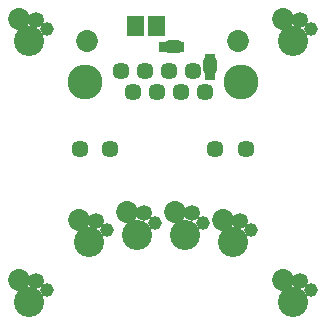
<source format=gbr>
G04 start of page 9 for group -4062 idx -4062 *
G04 Title: (unknown), soldermask *
G04 Creator: pcb 4.2.0 *
G04 CreationDate: Mon Sep 28 05:23:24 2020 UTC *
G04 For: commonadmin *
G04 Format: Gerber/RS-274X *
G04 PCB-Dimensions (mil): 1250.00 1500.00 *
G04 PCB-Coordinate-Origin: lower left *
%MOIN*%
%FSLAX25Y25*%
%LNBOTTOMMASK*%
%ADD101C,0.0200*%
%ADD100C,0.0001*%
%ADD99C,0.0572*%
%ADD98C,0.1162*%
%ADD97C,0.0454*%
%ADD96C,0.0532*%
%ADD95C,0.0729*%
%ADD94C,0.1005*%
G54D94*X108000Y107000D03*
G54D95*X104457Y114480D03*
G54D96*X110362Y114087D03*
G54D97*X113906Y110937D03*
G54D95*X89713Y107004D03*
G54D98*X90500Y93500D03*
G54D94*X108000Y20000D03*
G54D95*X104457Y27480D03*
G54D96*X110362Y27087D03*
G54D97*X113906Y23937D03*
G54D96*X74362Y49587D03*
G54D97*X77906Y46437D03*
G54D95*X84457Y47480D03*
G54D96*X90362Y47087D03*
G54D99*X82035Y71020D03*
X92075D03*
G54D94*X20000Y107000D03*
G54D95*X16457Y114480D03*
G54D96*X22362Y114087D03*
G54D97*X25906Y110937D03*
G54D95*X39319Y107004D03*
G54D98*X38531Y93500D03*
G54D99*X58492Y97043D03*
X50461D03*
X54476Y89957D03*
X66524Y97043D03*
X74555D03*
X62508Y89957D03*
X70539D03*
X78571D03*
G54D94*X20000Y20000D03*
G54D95*X16457Y27480D03*
G54D96*X22362Y27087D03*
G54D97*X25906Y23937D03*
G54D94*X72000Y42500D03*
X88000Y40000D03*
G54D97*X93906Y43937D03*
G54D94*X56000Y42500D03*
X40000Y40000D03*
G54D97*X45906Y43937D03*
G54D95*X68457Y49980D03*
X52457D03*
G54D96*X58362Y49587D03*
G54D97*X61906Y46437D03*
G54D95*X36457Y47480D03*
G54D96*X42362Y47087D03*
G54D99*X36957Y71020D03*
X46996D03*
G54D100*G36*
X58273Y115252D02*X52555D01*
Y108748D01*
X58273D01*
Y115252D01*
G37*
G36*
X65359D02*X59641D01*
Y108748D01*
X65359D01*
Y115252D01*
G37*
G54D101*X66431Y106500D02*X69431D01*
X70131Y105800D01*
G54D100*G36*
X69131Y106800D02*Y104800D01*
X71631D01*
Y106800D01*
X69131D01*
G37*
G54D101*X68531Y105900D02*X69131Y106500D01*
X67931D02*X68531Y105900D01*
X65731Y105800D02*X66431Y106500D01*
G54D100*G36*
X63231Y106800D02*Y104800D01*
X66731D01*
Y106800D01*
X63231D01*
G37*
G54D101*X66731Y106500D02*X67331Y105900D01*
X67931Y106500D01*
X66431Y103900D02*X69531D01*
X66431D02*X66631D01*
X69531D02*X70131Y104500D01*
G54D100*G36*
X69131Y105500D02*Y103500D01*
X71631D01*
Y105500D01*
X69131D01*
G37*
G54D101*X65831Y104500D02*X66431Y103900D01*
G54D100*G36*
X63231Y105500D02*Y103500D01*
X66831D01*
Y105500D01*
X63231D01*
G37*
G54D101*X66631Y103900D02*X67331Y104600D01*
X68031Y103900D01*
X67831D02*X68531Y104600D01*
X69231Y103900D01*
X79000Y100400D02*Y97400D01*
Y100400D02*X79700Y101100D01*
G54D100*G36*
X80700Y102600D02*X78700D01*
Y100100D01*
X80700D01*
Y102600D01*
G37*
G54D101*X79000Y100100D02*X79600Y99500D01*
X79000Y98900D02*X79600Y99500D01*
X79000Y97400D02*X79700Y96700D01*
G54D100*G36*
X80700Y97700D02*X78700D01*
Y94200D01*
X80700D01*
Y97700D01*
G37*
G54D101*X79000D02*X79600Y98300D01*
X79000Y98900D02*X79600Y98300D01*
X81600Y100500D02*Y97400D01*
Y97600D02*Y97400D01*
X81000Y101100D02*X81600Y100500D01*
G54D100*G36*
X82000Y102600D02*X80000D01*
Y100100D01*
X82000D01*
Y102600D01*
G37*
G54D101*X81000Y96800D02*X81600Y97400D01*
G54D100*G36*
X82000Y97800D02*X80000D01*
Y94200D01*
X82000D01*
Y97800D01*
G37*
G54D101*X80900Y98300D02*X81600Y97600D01*
X80900Y98300D02*X81600Y99000D01*
X80900Y99500D02*X81600Y98800D01*
X80900Y99500D02*X81600Y100200D01*
M02*

</source>
